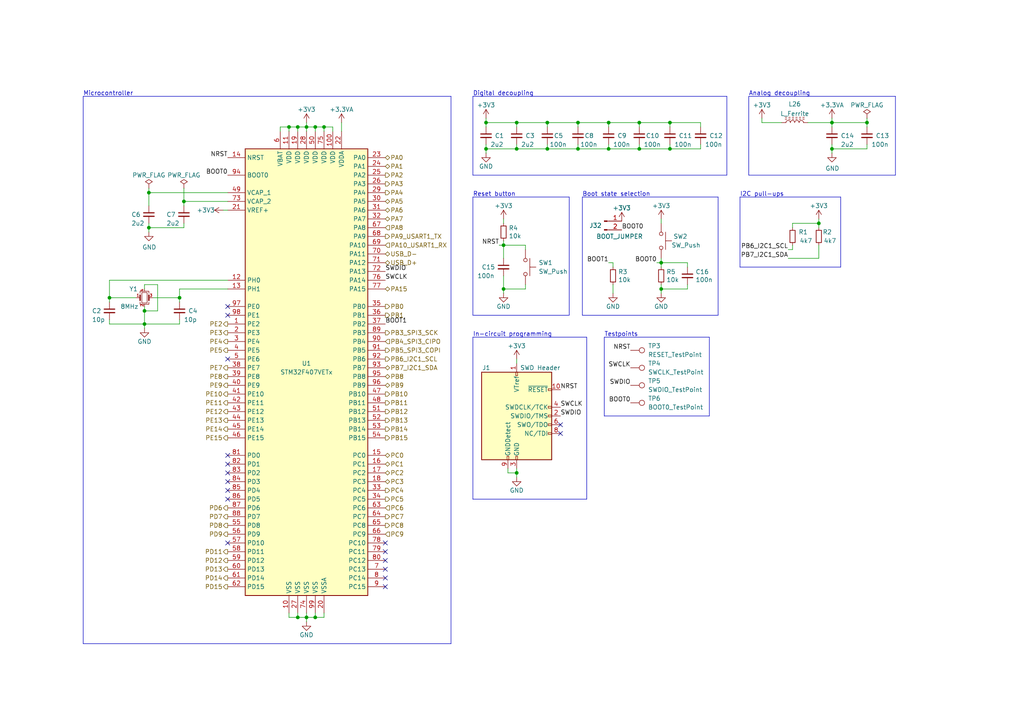
<source format=kicad_sch>
(kicad_sch (version 20231120) (generator "eeschema") (generator_version "8.0")
  (paper "A4")
  (title_block (title "LumenPnP Motherboard") (date "2022-03-29") (company "Opulo"))
  (lib_symbols
    (symbol "Connector:Conn_01x02_Male" (pin_names (offset 1.016) hide)
      (property "Reference" "J" (at 0 2.54 0))
      (property "Value" "Conn_01x02_Male" (at 0 -5.08 0))
      (symbol "Conn_01x02_Male_1_1"
        (polyline (pts (xy 1.27 -2.54) (xy 0.8636 -2.54)) (stroke (width 0.1524)))
        (polyline (pts (xy 1.27 0) (xy 0.8636 0)) (stroke (width 0.1524)))
        (rectangle (start 0.8636 -2.413) (end 0 -2.667) (stroke (width 0.1524)) (fill (type outline)))
        (rectangle (start 0.8636 0.127) (end 0 -0.127) (stroke (width 0.1524)) (fill (type outline)))
        (pin passive line (at 5.08 0 180) (length 3.81) (name "Pin_1") (number "1"))
        (pin passive line (at 5.08 -2.54 180) (length 3.81) (name "Pin_2") (number "2"))
      )
    )
    (symbol "Connector:Conn_ARM_JTAG_SWD_10" (pin_names (offset 1.016))
      (property "Reference" "J" (at -2.54 16.51 0))
      (property "Value" "Conn_ARM_JTAG_SWD_10" (at -2.54 13.97 0))
      (symbol "Conn_ARM_JTAG_SWD_10_0_1"
        (rectangle (start -10.16 12.7) (end 10.16 -12.7) (stroke (width 0.254)) (fill (type background)))
        (rectangle (start -2.794 -12.7) (end -2.286 -11.684))
        (rectangle (start -0.254 -12.7) (end 0.254 -11.684))
        (rectangle (start -0.254 12.7) (end 0.254 11.684))
        (rectangle (start 9.144 2.286) (end 10.16 2.794))
        (rectangle (start 10.16 -2.794) (end 9.144 -2.286))
        (rectangle (start 10.16 -0.254) (end 9.144 0.254))
        (rectangle (start 10.16 7.874) (end 9.144 7.366))
      )
      (symbol "Conn_ARM_JTAG_SWD_10_1_1"
        (rectangle (start 9.144 -5.334) (end 10.16 -4.826))
        (pin power_in line (at 0 15.24 270) (length 2.54) (name "VTref") (number "1"))
        (pin open_collector line (at 12.7 7.62 180) (length 2.54) (name "~{RESET}") (number "10"))
        (pin bidirectional line (at 12.7 0 180) (length 2.54) (name "SWDIO/TMS") (number "2"))
        (pin power_in line (at 0 -15.24 90) (length 2.54) (name "GND") (number "3"))
        (pin output line (at 12.7 2.54 180) (length 2.54) (name "SWDCLK/TCK") (number "4"))
        (pin passive line (at 0 -15.24 90) (length 2.54) hide (name "GND") (number "5"))
        (pin input line (at 12.7 -2.54 180) (length 2.54) (name "SWO/TDO") (number "6"))
        (pin no_connect line (at -10.16 0 0) (length 2.54) hide (name "KEY") (number "7"))
        (pin output line (at 12.7 -5.08 180) (length 2.54) (name "NC/TDI") (number "8"))
        (pin passive line (at -2.54 -15.24 90) (length 2.54) (name "GNDDetect") (number "9"))
      )
    )
    (symbol "Connector:TestPoint" (pin_numbers hide) (pin_names (offset 0.762) hide)
      (property "Reference" "TP" (at 0 6.858 0))
      (property "Value" "TestPoint" (at 0 5.08 0))
      (symbol "TestPoint_0_1"
        (circle (center 0 3.302) (radius 0.762))
      )
      (symbol "TestPoint_1_1"
        (pin passive line (at 0 0 90) (length 2.54) (name "1") (number "1"))
      )
    )
    (symbol "Device:C_Small" (pin_numbers hide) (pin_names (offset 0.254) hide)
      (property "Reference" "C" (at 0.254 1.778 0))
      (property "Value" "C_Small" (at 0.254 -2.032 0))
      (symbol "C_Small_0_1"
        (polyline (pts (xy -1.524 -0.508) (xy 1.524 -0.508)) (stroke (width 0.3302)))
        (polyline (pts (xy -1.524 0.508) (xy 1.524 0.508)) (stroke (width 0.3048)))
      )
      (symbol "C_Small_1_1"
        (pin passive line (at 0 2.54 270) (length 2.032) (name "~") (number "1"))
        (pin passive line (at 0 -2.54 90) (length 2.032) (name "~") (number "2"))
      )
    )
    (symbol "Device:Crystal_GND24_Small" (pin_names (offset 1.016) hide)
      (property "Reference" "Y" (at 1.27 4.445 0))
      (property "Value" "Crystal_GND24_Small" (at 1.27 2.54 0))
      (symbol "Crystal_GND24_Small_0_1"
        (rectangle (start -0.762 -1.524) (end 0.762 1.524))
        (polyline (pts (xy -1.27 -0.762) (xy -1.27 0.762)) (stroke (width 0.381)))
        (polyline (pts (xy 1.27 -0.762) (xy 1.27 0.762)) (stroke (width 0.381)))
        (polyline (pts (xy -1.27 -1.27) (xy -1.27 -1.905) (xy 1.27 -1.905) (xy 1.27 -1.27)))
        (polyline (pts (xy -1.27 1.27) (xy -1.27 1.905) (xy 1.27 1.905) (xy 1.27 1.27)))
      )
      (symbol "Crystal_GND24_Small_1_1"
        (pin passive line (at -2.54 0 0) (length 1.27) (name "1") (number "1"))
        (pin passive line (at 0 -2.54 90) (length 0.635) (name "2") (number "2"))
        (pin passive line (at 2.54 0 180) (length 1.27) (name "3") (number "3"))
        (pin passive line (at 0 2.54 270) (length 0.635) (name "4") (number "4"))
      )
    )
    (symbol "Device:L_Ferrite" (pin_numbers hide) (pin_names (offset 1.016) hide)
      (property "Reference" "L" (at -1.27 0 90))
      (property "Value" "L_Ferrite" (at 2.794 0 90))
      (symbol "L_Ferrite_0_1"
        (arc (start 0 -2.54) (mid 0.6323 -1.905) (end 0 -1.27))
        (arc (start 0 -1.27) (mid 0.6323 -0.635) (end 0 0))
        (polyline (pts (xy 1.016 -2.794) (xy 1.016 -2.286)))
        (polyline (pts (xy 1.016 -1.778) (xy 1.016 -1.27)))
        (polyline (pts (xy 1.016 -0.762) (xy 1.016 -0.254)))
        (polyline (pts (xy 1.016 0.254) (xy 1.016 0.762)))
        (polyline (pts (xy 1.016 1.27) (xy 1.016 1.778)))
        (polyline (pts (xy 1.016 2.286) (xy 1.016 2.794)))
        (polyline (pts (xy 1.524 -2.286) (xy 1.524 -2.794)))
        (polyline (pts (xy 1.524 -1.27) (xy 1.524 -1.778)))
        (polyline (pts (xy 1.524 -0.254) (xy 1.524 -0.762)))
        (polyline (pts (xy 1.524 0.762) (xy 1.524 0.254)))
        (polyline (pts (xy 1.524 1.778) (xy 1.524 1.27)))
        (polyline (pts (xy 1.524 2.794) (xy 1.524 2.286)))
        (arc (start 0 0) (mid 0.6323 0.635) (end 0 1.27))
        (arc (start 0 1.27) (mid 0.6323 1.905) (end 0 2.54))
      )
      (symbol "L_Ferrite_1_1"
        (pin passive line (at 0 3.81 270) (length 1.27) (name "1") (number "1"))
        (pin passive line (at 0 -3.81 90) (length 1.27) (name "2") (number "2"))
      )
    )
    (symbol "Device:R_Small" (pin_numbers hide) (pin_names (offset 0.254) hide)
      (property "Reference" "R" (at 0.762 0.508 0))
      (property "Value" "R_Small" (at 0.762 -1.016 0))
      (symbol "R_Small_0_1"
        (rectangle (start -0.762 1.778) (end 0.762 -1.778) (stroke (width 0.2032)))
      )
      (symbol "R_Small_1_1"
        (pin passive line (at 0 2.54 270) (length 0.762) (name "~") (number "1"))
        (pin passive line (at 0 -2.54 90) (length 0.762) (name "~") (number "2"))
      )
    )
    (symbol "MCU_ST_STM32F4:STM32F407VETx"
      (property "Reference" "U" (at -17.78 64.77 0))
      (property "Value" "STM32F407VETx" (at 12.7 64.77 0))
      (symbol "STM32F407VETx_0_1"
        (rectangle (start -17.78 -66.04) (end 17.78 63.5) (stroke (width 0.254)) (fill (type background)))
      )
      (symbol "STM32F407VETx_1_1"
        (pin bidirectional line (at -22.86 12.7 0) (length 5.08) (name "PE2") (number "1"))
        (pin power_in line (at -5.08 -71.12 90) (length 5.08) (name "VSS") (number "10"))
        (pin power_in line (at 7.62 68.58 270) (length 5.08) (name "VDD") (number "100"))
        (pin power_in line (at -5.08 68.58 270) (length 5.08) (name "VDD") (number "11"))
        (pin input line (at -22.86 25.4 0) (length 5.08) (name "PH0") (number "12"))
        (pin input line (at -22.86 22.86 0) (length 5.08) (name "PH1") (number "13"))
        (pin input line (at -22.86 60.96 0) (length 5.08) (name "NRST") (number "14"))
        (pin bidirectional line (at 22.86 -25.4 180) (length 5.08) (name "PC0") (number "15"))
        (pin bidirectional line (at 22.86 -27.94 180) (length 5.08) (name "PC1") (number "16"))
        (pin bidirectional line (at 22.86 -30.48 180) (length 5.08) (name "PC2") (number "17"))
        (pin bidirectional line (at 22.86 -33.02 180) (length 5.08) (name "PC3") (number "18"))
        (pin power_in line (at -2.54 68.58 270) (length 5.08) (name "VDD") (number "19"))
        (pin bidirectional line (at -22.86 10.16 0) (length 5.08) (name "PE3") (number "2"))
        (pin power_in line (at 5.08 -71.12 90) (length 5.08) (name "VSSA") (number "20"))
        (pin power_in line (at -22.86 45.72 0) (length 5.08) (name "VREF+") (number "21"))
        (pin power_in line (at 10.16 68.58 270) (length 5.08) (name "VDDA") (number "22"))
        (pin bidirectional line (at 22.86 60.96 180) (length 5.08) (name "PA0") (number "23"))
        (pin bidirectional line (at 22.86 58.42 180) (length 5.08) (name "PA1") (number "24"))
        (pin bidirectional line (at 22.86 55.88 180) (length 5.08) (name "PA2") (number "25"))
        (pin bidirectional line (at 22.86 53.34 180) (length 5.08) (name "PA3") (number "26"))
        (pin power_in line (at -2.54 -71.12 90) (length 5.08) (name "VSS") (number "27"))
        (pin power_in line (at 0 68.58 270) (length 5.08) (name "VDD") (number "28"))
        (pin bidirectional line (at 22.86 50.8 180) (length 5.08) (name "PA4") (number "29"))
        (pin bidirectional line (at -22.86 7.62 0) (length 5.08) (name "PE4") (number "3"))
        (pin bidirectional line (at 22.86 48.26 180) (length 5.08) (name "PA5") (number "30"))
        (pin bidirectional line (at 22.86 45.72 180) (length 5.08) (name "PA6") (number "31"))
        (pin bidirectional line (at 22.86 43.18 180) (length 5.08) (name "PA7") (number "32"))
        (pin bidirectional line (at 22.86 -35.56 180) (length 5.08) (name "PC4") (number "33"))
        (pin bidirectional line (at 22.86 -38.1 180) (length 5.08) (name "PC5") (number "34"))
        (pin bidirectional line (at 22.86 17.78 180) (length 5.08) (name "PB0") (number "35"))
        (pin bidirectional line (at 22.86 15.24 180) (length 5.08) (name "PB1") (number "36"))
        (pin bidirectional line (at 22.86 12.7 180) (length 5.08) (name "PB2") (number "37"))
        (pin bidirectional line (at -22.86 0 0) (length 5.08) (name "PE7") (number "38"))
        (pin bidirectional line (at -22.86 -2.54 0) (length 5.08) (name "PE8") (number "39"))
        (pin bidirectional line (at -22.86 5.08 0) (length 5.08) (name "PE5") (number "4"))
        (pin bidirectional line (at -22.86 -5.08 0) (length 5.08) (name "PE9") (number "40"))
        (pin bidirectional line (at -22.86 -7.62 0) (length 5.08) (name "PE10") (number "41"))
        (pin bidirectional line (at -22.86 -10.16 0) (length 5.08) (name "PE11") (number "42"))
        (pin bidirectional line (at -22.86 -12.7 0) (length 5.08) (name "PE12") (number "43"))
        (pin bidirectional line (at -22.86 -15.24 0) (length 5.08) (name "PE13") (number "44"))
        (pin bidirectional line (at -22.86 -17.78 0) (length 5.08) (name "PE14") (number "45"))
        (pin bidirectional line (at -22.86 -20.32 0) (length 5.08) (name "PE15") (number "46"))
        (pin bidirectional line (at 22.86 -7.62 180) (length 5.08) (name "PB10") (number "47"))
        (pin bidirectional line (at 22.86 -10.16 180) (length 5.08) (name "PB11") (number "48"))
        (pin power_in line (at -22.86 50.8 0) (length 5.08) (name "VCAP_1") (number "49"))
        (pin bidirectional line (at -22.86 2.54 0) (length 5.08) (name "PE6") (number "5"))
        (pin power_in line (at 2.54 68.58 270) (length 5.08) (name "VDD") (number "50"))
        (pin bidirectional line (at 22.86 -12.7 180) (length 5.08) (name "PB12") (number "51"))
        (pin bidirectional line (at 22.86 -15.24 180) (length 5.08) (name "PB13") (number "52"))
        (pin bidirectional line (at 22.86 -17.78 180) (length 5.08) (name "PB14") (number "53"))
        (pin bidirectional line (at 22.86 -20.32 180) (length 5.08) (name "PB15") (number "54"))
        (pin bidirectional line (at -22.86 -45.72 0) (length 5.08) (name "PD8") (number "55"))
        (pin bidirectional line (at -22.86 -48.26 0) (length 5.08) (name "PD9") (number "56"))
        (pin bidirectional line (at -22.86 -50.8 0) (length 5.08) (name "PD10") (number "57"))
        (pin bidirectional line (at -22.86 -53.34 0) (length 5.08) (name "PD11") (number "58"))
        (pin bidirectional line (at -22.86 -55.88 0) (length 5.08) (name "PD12") (number "59"))
        (pin power_in line (at -7.62 68.58 270) (length 5.08) (name "VBAT") (number "6"))
        (pin bidirectional line (at -22.86 -58.42 0) (length 5.08) (name "PD13") (number "60"))
        (pin bidirectional line (at -22.86 -60.96 0) (length 5.08) (name "PD14") (number "61"))
        (pin bidirectional line (at -22.86 -63.5 0) (length 5.08) (name "PD15") (number "62"))
        (pin bidirectional line (at 22.86 -40.64 180) (length 5.08) (name "PC6") (number "63"))
        (pin bidirectional line (at 22.86 -43.18 180) (length 5.08) (name "PC7") (number "64"))
        (pin bidirectional line (at 22.86 -45.72 180) (length 5.08) (name "PC8") (number "65"))
        (pin bidirectional line (at 22.86 -48.26 180) (length 5.08) (name "PC9") (number "66"))
        (pin bidirectional line (at 22.86 40.64 180) (length 5.08) (name "PA8") (number "67"))
        (pin bidirectional line (at 22.86 38.1 180) (length 5.08) (name "PA9") (number "68"))
        (pin bidirectional line (at 22.86 35.56 180) (length 5.08) (name "PA10") (number "69"))
        (pin bidirectional line (at 22.86 -58.42 180) (length 5.08) (name "PC13") (number "7"))
        (pin bidirectional line (at 22.86 33.02 180) (length 5.08) (name "PA11") (number "70"))
        (pin bidirectional line (at 22.86 30.48 180) (length 5.08) (name "PA12") (number "71"))
        (pin bidirectional line (at 22.86 27.94 180) (length 5.08) (name "PA13") (number "72"))
        (pin power_in line (at -22.86 48.26 0) (length 5.08) (name "VCAP_2") (number "73"))
        (pin power_in line (at 0 -71.12 90) (length 5.08) (name "VSS") (number "74"))
        (pin power_in line (at 5.08 68.58 270) (length 5.08) (name "VDD") (number "75"))
        (pin bidirectional line (at 22.86 25.4 180) (length 5.08) (name "PA14") (number "76"))
        (pin bidirectional line (at 22.86 22.86 180) (length 5.08) (name "PA15") (number "77"))
        (pin bidirectional line (at 22.86 -50.8 180) (length 5.08) (name "PC10") (number "78"))
        (pin bidirectional line (at 22.86 -53.34 180) (length 5.08) (name "PC11") (number "79"))
        (pin bidirectional line (at 22.86 -60.96 180) (length 5.08) (name "PC14") (number "8"))
        (pin bidirectional line (at 22.86 -55.88 180) (length 5.08) (name "PC12") (number "80"))
        (pin bidirectional line (at -22.86 -25.4 0) (length 5.08) (name "PD0") (number "81"))
        (pin bidirectional line (at -22.86 -27.94 0) (length 5.08) (name "PD1") (number "82"))
        (pin bidirectional line (at -22.86 -30.48 0) (length 5.08) (name "PD2") (number "83"))
        (pin bidirectional line (at -22.86 -33.02 0) (length 5.08) (name "PD3") (number "84"))
        (pin bidirectional line (at -22.86 -35.56 0) (length 5.08) (name "PD4") (number "85"))
        (pin bidirectional line (at -22.86 -38.1 0) (length 5.08) (name "PD5") (number "86"))
        (pin bidirectional line (at -22.86 -40.64 0) (length 5.08) (name "PD6") (number "87"))
        (pin bidirectional line (at -22.86 -43.18 0) (length 5.08) (name "PD7") (number "88"))
        (pin bidirectional line (at 22.86 10.16 180) (length 5.08) (name "PB3") (number "89"))
        (pin bidirectional line (at 22.86 -63.5 180) (length 5.08) (name "PC15") (number "9"))
        (pin bidirectional line (at 22.86 7.62 180) (length 5.08) (name "PB4") (number "90"))
        (pin bidirectional line (at 22.86 5.08 180) (length 5.08) (name "PB5") (number "91"))
        (pin bidirectional line (at 22.86 2.54 180) (length 5.08) (name "PB6") (number "92"))
        (pin bidirectional line (at 22.86 0 180) (length 5.08) (name "PB7") (number "93"))
        (pin input line (at -22.86 55.88 0) (length 5.08) (name "BOOT0") (number "94"))
        (pin bidirectional line (at 22.86 -2.54 180) (length 5.08) (name "PB8") (number "95"))
        (pin bidirectional line (at 22.86 -5.08 180) (length 5.08) (name "PB9") (number "96"))
        (pin bidirectional line (at -22.86 17.78 0) (length 5.08) (name "PE0") (number "97"))
        (pin bidirectional line (at -22.86 15.24 0) (length 5.08) (name "PE1") (number "98"))
        (pin power_in line (at 2.54 -71.12 90) (length 5.08) (name "VSS") (number "99"))
      )
    )
    (symbol "Switch:SW_Push" (pin_numbers hide) (pin_names (offset 1.016) hide)
      (property "Reference" "SW" (at 1.27 2.54 0))
      (property "Value" "SW_Push" (at 0 -1.524 0))
      (symbol "SW_Push_0_1"
        (circle (center -2.032 0) (radius 0.508))
        (polyline (pts (xy 0 1.27) (xy 0 3.048)))
        (polyline (pts (xy 2.54 1.27) (xy -2.54 1.27)))
        (circle (center 2.032 0) (radius 0.508))
        (pin passive line (at -5.08 0 0) (length 2.54) (name "1") (number "1"))
        (pin passive line (at 5.08 0 180) (length 2.54) (name "2") (number "2"))
      )
    )
    (symbol "power:+3.3V" (power) (pin_names (offset 0))
      (property "Value" "+3.3V" (at 0 3.556 0))
      (symbol "+3.3V_0_1"
        (polyline (pts (xy -0.762 1.27) (xy 0 2.54)))
        (polyline (pts (xy 0 0) (xy 0 2.54)))
        (polyline (pts (xy 0 2.54) (xy 0.762 1.27)))
      )
      (symbol "+3.3V_1_1"
        (pin power_in line (at 0 0 90) (length 0) hide (name "+3V3") (number "1"))
      )
    )
    (symbol "power:+3.3VA" (power) (pin_names (offset 0))
      (property "Value" "+3.3VA" (at 0 3.556 0))
      (symbol "+3.3VA_0_1"
        (polyline (pts (xy -0.762 1.27) (xy 0 2.54)))
        (polyline (pts (xy 0 0) (xy 0 2.54)))
        (polyline (pts (xy 0 2.54) (xy 0.762 1.27)))
      )
      (symbol "+3.3VA_1_1"
        (pin power_in line (at 0 0 90) (length 0) hide (name "+3.3VA") (number "1"))
      )
    )
    (symbol "power:+3V3" (power) (pin_names (offset 0))
      (property "Value" "+3V3" (at 0 3.556 0))
      (symbol "+3V3_0_1"
        (polyline (pts (xy -0.762 1.27) (xy 0 2.54)))
        (polyline (pts (xy 0 0) (xy 0 2.54)))
        (polyline (pts (xy 0 2.54) (xy 0.762 1.27)))
      )
      (symbol "+3V3_1_1"
        (pin power_in line (at 0 0 90) (length 0) hide (name "+3V3") (number "1"))
      )
    )
    (symbol "power:GND" (power) (pin_names (offset 0))
      (property "Value" "GND" (at 0 -3.81 0))
      (symbol "GND_0_1"
        (polyline (pts (xy 0 0) (xy 0 -1.27) (xy 1.27 -1.27) (xy 0 -2.54) (xy -1.27 -1.27) (xy 0 -1.27)))
      )
      (symbol "GND_1_1"
        (pin power_in line (at 0 0 270) (length 0) hide (name "GND") (number "1"))
      )
    )
    (symbol "power:PWR_FLAG" (power) (pin_numbers hide) (pin_names (offset 0) hide)
      (property "Value" "PWR_FLAG" (at 0 3.81 0))
      (symbol "PWR_FLAG_0_0"
        (pin power_out line (at 0 0 90) (length 0) (name "pwr") (number "1"))
      )
      (symbol "PWR_FLAG_0_1"
        (polyline (pts (xy 0 0) (xy 0 1.27) (xy -1.016 1.905) (xy 0 2.54) (xy 1.016 1.905) (xy 0 1.27)))
      )
    )
  )
  (junction (at 167.64 43.18))
  (junction (at 241.3 35.56))
  (junction (at 185.42 43.18))
  (junction (at 91.44 179.07))
  (junction (at 237.49 64.77))
  (junction (at 88.9 179.07))
  (junction (at 191.77 76.2))
  (junction (at 31.75 86.36))
  (junction (at 41.91 93.98))
  (junction (at 146.05 83.82))
  (junction (at 53.34 58.42))
  (junction (at 241.3 43.18))
  (junction (at 167.64 35.56))
  (junction (at 158.75 35.56))
  (junction (at 191.77 83.82))
  (junction (at 43.18 66.04))
  (junction (at 88.9 36.83))
  (junction (at 86.36 179.07))
  (junction (at 43.18 55.88))
  (junction (at 149.86 137.16))
  (junction (at 149.86 35.56))
  (junction (at 176.53 35.56))
  (junction (at 86.36 36.83))
  (junction (at 140.97 43.18))
  (junction (at 52.07 86.36))
  (junction (at 93.98 36.83))
  (junction (at 194.31 43.18))
  (junction (at 149.86 43.18))
  (junction (at 83.82 36.83))
  (junction (at 41.91 90.17))
  (junction (at 146.05 71.12))
  (junction (at 91.44 36.83))
  (junction (at 140.97 35.56))
  (junction (at 185.42 35.56))
  (junction (at 158.75 43.18))
  (junction (at 194.31 35.56))
  (junction (at 251.46 35.56))
  (junction (at 176.53 43.18))
  (no_connect (at 162.56 123.19))
  (no_connect (at 66.04 157.48))
  (no_connect (at 66.04 134.62))
  (no_connect (at 66.04 142.24))
  (no_connect (at 66.04 137.16))
  (no_connect (at 66.04 144.78))
  (no_connect (at 66.04 104.14))
  (no_connect (at 66.04 91.44))
  (no_connect (at 111.76 162.56))
  (no_connect (at 111.76 165.1))
  (no_connect (at 66.04 132.08))
  (no_connect (at 66.04 88.9))
  (no_connect (at 162.56 125.73))
  (no_connect (at 111.76 160.02))
  (no_connect (at 111.76 167.64))
  (no_connect (at 66.04 139.7))
  (no_connect (at 111.76 170.18))
  (no_connect (at 111.76 157.48))
  (wire (pts (xy 203.2 41.91) (xy 203.2 43.18)))
  (wire (pts (xy 149.86 35.56) (xy 158.75 35.56)))
  (wire (pts (xy 93.98 179.07) (xy 93.98 177.8)))
  (wire (pts (xy 203.2 35.56) (xy 203.2 36.83)))
  (wire (pts (xy 140.97 43.18) (xy 140.97 41.91)))
  (wire (pts (xy 31.75 87.63) (xy 31.75 86.36)))
  (wire (pts (xy 191.77 74.93) (xy 191.77 76.2)))
  (wire (pts (xy 140.97 36.83) (xy 140.97 35.56)))
  (polyline (pts (xy 170.18 97.79) (xy 170.18 144.78)))
  (polyline (pts (xy 210.82 27.94) (xy 210.82 50.8)))
  (wire (pts (xy 167.64 35.56) (xy 167.64 36.83)))
  (polyline (pts (xy 208.28 57.15) (xy 208.28 91.44)))
  (wire (pts (xy 66.04 83.82) (xy 52.07 83.82)))
  (wire (pts (xy 220.98 35.56) (xy 226.695 35.56)))
  (wire (pts (xy 190.5 76.2) (xy 191.77 76.2)))
  (wire (pts (xy 41.91 82.55) (xy 45.72 82.55)))
  (wire (pts (xy 88.9 177.8) (xy 88.9 179.07)))
  (polyline (pts (xy 137.16 97.79) (xy 137.16 144.78)))
  (wire (pts (xy 45.72 82.55) (xy 45.72 90.17)))
  (wire (pts (xy 96.52 36.83) (xy 96.52 38.1)))
  (wire (pts (xy 241.3 36.83) (xy 241.3 35.56)))
  (wire (pts (xy 99.06 35.56) (xy 99.06 38.1)))
  (polyline (pts (xy 259.715 27.94) (xy 259.715 50.8)))
  (polyline (pts (xy 24.13 27.94) (xy 130.81 27.94)))
  (polyline (pts (xy 214.63 57.15) (xy 214.63 77.47)))
  (wire (pts (xy 220.98 34.29) (xy 220.98 35.56)))
  (wire (pts (xy 41.91 93.98) (xy 41.91 95.25)))
  (wire (pts (xy 149.86 35.56) (xy 149.86 36.83)))
  (wire (pts (xy 52.07 92.71) (xy 52.07 93.98)))
  (wire (pts (xy 251.46 35.56) (xy 251.46 36.83)))
  (wire (pts (xy 199.39 83.82) (xy 199.39 82.55)))
  (polyline (pts (xy 208.28 91.44) (xy 168.91 91.44)))
  (wire (pts (xy 140.97 35.56) (xy 149.86 35.56)))
  (wire (pts (xy 147.32 137.16) (xy 149.86 137.16)))
  (wire (pts (xy 251.46 43.18) (xy 241.3 43.18)))
  (polyline (pts (xy 168.91 57.15) (xy 208.28 57.15)))
  (wire (pts (xy 152.4 83.82) (xy 152.4 82.55)))
  (wire (pts (xy 31.75 92.71) (xy 31.75 93.98)))
  (wire (pts (xy 158.75 43.18) (xy 158.75 41.91)))
  (wire (pts (xy 31.75 93.98) (xy 41.91 93.98)))
  (wire (pts (xy 91.44 36.83) (xy 91.44 38.1)))
  (polyline (pts (xy 175.26 97.79) (xy 175.26 120.65)))
  (wire (pts (xy 83.82 36.83) (xy 83.82 38.1)))
  (polyline (pts (xy 217.17 27.94) (xy 259.715 27.94)))
  (wire (pts (xy 152.4 72.39) (xy 152.4 71.12)))
  (wire (pts (xy 185.42 35.56) (xy 185.42 36.83)))
  (wire (pts (xy 146.05 83.82) (xy 152.4 83.82)))
  (wire (pts (xy 149.86 137.16) (xy 149.86 135.89)))
  (polyline (pts (xy 137.16 57.15) (xy 137.16 91.44)))
  (wire (pts (xy 88.9 36.83) (xy 91.44 36.83)))
  (wire (pts (xy 43.18 66.04) (xy 53.34 66.04)))
  (wire (pts (xy 53.34 64.77) (xy 53.34 66.04)))
  (polyline (pts (xy 205.74 97.79) (xy 205.74 120.65)))
  (wire (pts (xy 237.49 64.77) (xy 237.49 66.04)))
  (wire (pts (xy 228.6 72.39) (xy 229.87 72.39)))
  (wire (pts (xy 86.36 177.8) (xy 86.36 179.07)))
  (polyline (pts (xy 243.84 57.15) (xy 243.84 77.47)))
  (wire (pts (xy 53.34 58.42) (xy 66.04 58.42)))
  (wire (pts (xy 88.9 179.07) (xy 88.9 180.34)))
  (polyline (pts (xy 170.18 144.78) (xy 137.16 144.78)))
  (wire (pts (xy 43.18 64.77) (xy 43.18 66.04)))
  (wire (pts (xy 81.28 36.83) (xy 83.82 36.83)))
  (polyline (pts (xy 130.81 186.69) (xy 24.13 186.69)))
  (polyline (pts (xy 137.16 57.15) (xy 165.1 57.15)))
  (wire (pts (xy 146.05 80.01) (xy 146.05 83.82)))
  (polyline (pts (xy 259.715 50.8) (xy 217.17 50.8)))
  (wire (pts (xy 149.86 104.14) (xy 149.86 105.41)))
  (wire (pts (xy 146.05 71.12) (xy 146.05 74.93)))
  (wire (pts (xy 83.82 177.8) (xy 83.82 179.07)))
  (wire (pts (xy 81.28 38.1) (xy 81.28 36.83)))
  (wire (pts (xy 43.18 55.88) (xy 66.04 55.88)))
  (polyline (pts (xy 214.63 57.15) (xy 243.84 57.15)))
  (wire (pts (xy 167.64 35.56) (xy 176.53 35.56)))
  (wire (pts (xy 241.3 43.18) (xy 241.3 41.91)))
  (wire (pts (xy 228.6 74.93) (xy 237.49 74.93)))
  (wire (pts (xy 191.77 76.2) (xy 199.39 76.2)))
  (wire (pts (xy 146.05 71.12) (xy 146.05 69.85)))
  (wire (pts (xy 88.9 35.56) (xy 88.9 36.83)))
  (wire (pts (xy 52.07 83.82) (xy 52.07 86.36)))
  (polyline (pts (xy 205.74 120.65) (xy 175.26 120.65)))
  (wire (pts (xy 43.18 55.88) (xy 43.18 59.69)))
  (wire (pts (xy 31.75 86.36) (xy 39.37 86.36)))
  (wire (pts (xy 41.91 83.82) (xy 41.91 82.55)))
  (wire (pts (xy 194.31 35.56) (xy 194.31 36.83)))
  (wire (pts (xy 176.53 35.56) (xy 176.53 36.83)))
  (wire (pts (xy 149.86 43.18) (xy 140.97 43.18)))
  (wire (pts (xy 86.36 36.83) (xy 88.9 36.83)))
  (wire (pts (xy 251.46 34.29) (xy 251.46 35.56)))
  (wire (pts (xy 91.44 179.07) (xy 93.98 179.07)))
  (wire (pts (xy 43.18 54.61) (xy 43.18 55.88)))
  (wire (pts (xy 241.3 43.18) (xy 241.3 44.45)))
  (wire (pts (xy 177.8 76.2) (xy 177.8 77.47)))
  (wire (pts (xy 203.2 43.18) (xy 194.31 43.18)))
  (wire (pts (xy 83.82 36.83) (xy 86.36 36.83)))
  (wire (pts (xy 53.34 54.61) (xy 53.34 58.42)))
  (wire (pts (xy 241.3 35.56) (xy 251.46 35.56)))
  (wire (pts (xy 149.86 43.18) (xy 149.86 41.91)))
  (polyline (pts (xy 165.1 91.44) (xy 165.1 57.15)))
  (wire (pts (xy 229.87 64.77) (xy 229.87 66.04)))
  (wire (pts (xy 176.53 76.2) (xy 177.8 76.2)))
  (wire (pts (xy 191.77 63.5) (xy 191.77 64.77)))
  (wire (pts (xy 88.9 36.83) (xy 88.9 38.1)))
  (wire (pts (xy 191.77 82.55) (xy 191.77 83.82)))
  (wire (pts (xy 44.45 86.36) (xy 52.07 86.36)))
  (wire (pts (xy 91.44 177.8) (xy 91.44 179.07)))
  (wire (pts (xy 167.64 43.18) (xy 158.75 43.18)))
  (wire (pts (xy 31.75 81.28) (xy 31.75 86.36)))
  (wire (pts (xy 93.98 36.83) (xy 93.98 38.1)))
  (wire (pts (xy 251.46 41.91) (xy 251.46 43.18)))
  (polyline (pts (xy 217.17 27.94) (xy 217.17 50.8)))
  (polyline (pts (xy 168.91 57.15) (xy 168.91 91.44)))
  (wire (pts (xy 185.42 35.56) (xy 194.31 35.56)))
  (wire (pts (xy 53.34 58.42) (xy 53.34 59.69)))
  (wire (pts (xy 146.05 63.5) (xy 146.05 64.77)))
  (polyline (pts (xy 243.84 77.47) (xy 214.63 77.47)))
  (wire (pts (xy 237.49 63.5) (xy 237.49 64.77)))
  (wire (pts (xy 237.49 71.12) (xy 237.49 74.93)))
  (wire (pts (xy 147.32 137.16) (xy 147.32 135.89)))
  (wire (pts (xy 194.31 43.18) (xy 194.31 41.91)))
  (polyline (pts (xy 137.16 91.44) (xy 165.1 91.44)))
  (wire (pts (xy 241.3 34.29) (xy 241.3 35.56)))
  (wire (pts (xy 88.9 179.07) (xy 91.44 179.07)))
  (wire (pts (xy 86.36 179.07) (xy 88.9 179.07)))
  (wire (pts (xy 86.36 36.83) (xy 86.36 38.1)))
  (wire (pts (xy 52.07 86.36) (xy 52.07 87.63)))
  (wire (pts (xy 234.315 35.56) (xy 241.3 35.56)))
  (wire (pts (xy 41.91 88.9) (xy 41.91 90.17)))
  (wire (pts (xy 176.53 35.56) (xy 185.42 35.56)))
  (wire (pts (xy 41.91 93.98) (xy 52.07 93.98)))
  (wire (pts (xy 41.91 90.17) (xy 45.72 90.17)))
  (polyline (pts (xy 137.16 97.79) (xy 170.18 97.79)))
  (wire (pts (xy 43.18 66.04) (xy 43.18 67.31)))
  (wire (pts (xy 158.75 35.56) (xy 158.75 36.83)))
  (wire (pts (xy 140.97 43.18) (xy 140.97 44.45)))
  (polyline (pts (xy 137.16 27.94) (xy 210.82 27.94)))
  (wire (pts (xy 191.77 83.82) (xy 199.39 83.82)))
  (wire (pts (xy 199.39 77.47) (xy 199.39 76.2)))
  (wire (pts (xy 152.4 71.12) (xy 146.05 71.12)))
  (polyline (pts (xy 175.26 97.79) (xy 205.74 97.79)))
  (wire (pts (xy 185.42 43.18) (xy 185.42 41.91)))
  (wire (pts (xy 140.97 34.29) (xy 140.97 35.56)))
  (wire (pts (xy 194.31 35.56) (xy 203.2 35.56)))
  (wire (pts (xy 177.8 82.55) (xy 177.8 85.09)))
  (wire (pts (xy 185.42 43.18) (xy 176.53 43.18)))
  (wire (pts (xy 91.44 36.83) (xy 93.98 36.83)))
  (wire (pts (xy 144.78 71.12) (xy 146.05 71.12)))
  (wire (pts (xy 176.53 43.18) (xy 167.64 43.18)))
  (wire (pts (xy 41.91 90.17) (xy 41.91 93.98)))
  (wire (pts (xy 167.64 43.18) (xy 167.64 41.91)))
  (wire (pts (xy 191.77 83.82) (xy 191.77 85.09)))
  (polyline (pts (xy 24.13 27.94) (xy 24.13 186.69)))
  (wire (pts (xy 229.87 64.77) (xy 237.49 64.77)))
  (wire (pts (xy 64.77 60.96) (xy 66.04 60.96)))
  (wire (pts (xy 31.75 81.28) (xy 66.04 81.28)))
  (polyline (pts (xy 210.82 50.8) (xy 137.16 50.8)))
  (wire (pts (xy 158.75 35.56) (xy 167.64 35.56)))
  (polyline (pts (xy 130.81 27.94) (xy 130.81 186.69)))
  (wire (pts (xy 194.31 43.18) (xy 185.42 43.18)))
  (wire (pts (xy 191.77 76.2) (xy 191.77 77.47)))
  (wire (pts (xy 93.98 36.83) (xy 96.52 36.83)))
  (wire (pts (xy 83.82 179.07) (xy 86.36 179.07)))
  (wire (pts (xy 149.86 137.16) (xy 149.86 138.43)))
  (wire (pts (xy 176.53 43.18) (xy 176.53 41.91)))
  (polyline (pts (xy 137.16 27.94) (xy 137.16 50.8)))
  (wire (pts (xy 146.05 83.82) (xy 146.05 85.09)))
  (wire (pts (xy 158.75 43.18) (xy 149.86 43.18)))
  (wire (pts (xy 229.87 72.39) (xy 229.87 71.12)))
  (text "Analog decoupling" (at 217.17 27.94 0) (effects (font (size 1.27 1.27)) (justify left bottom)))
  (text "Reset button" (at 137.16 57.15 0) (effects (font (size 1.27 1.27)) (justify left bottom)))
  (text "Microcontroller" (at 24.13 27.94 0) (effects (font (size 1.27 1.27)) (justify left bottom)))
  (text "Boot state selection" (at 168.91 57.15 0) (effects (font (size 1.27 1.27)) (justify left bottom)))
  (text "Digital decoupling" (at 137.16 27.94 0) (effects (font (size 1.27 1.27)) (justify left bottom)))
  (text "Testpoints" (at 175.26 97.79 0) (effects (font (size 1.27 1.27)) (justify left bottom)))
  (text "In-circuit programming" (at 137.16 97.79 0) (effects (font (size 1.27 1.27)) (justify left bottom)))
  (text "I2C pull-ups" (at 214.63 57.15 0) (effects (font (size 1.27 1.27)) (justify left bottom)))
  (label "BOOT1" (at 176.53 76.2 180))
  (label "SWCLK" (at 111.76 81.28 0))
  (label "SWDIO" (at 111.76 78.74 0))
  (label "BOOT0" (at 182.88 116.84 180))
  (label "BOOT1" (at 111.76 93.98 0))
  (label "SWDIO" (at 182.88 111.76 180))
  (label "NRST" (at 66.04 45.72 180))
  (label "NRST" (at 182.88 101.6 180))
  (label "BOOT0" (at 190.5 76.2 180))
  (label "NRST" (at 162.56 113.03 0))
  (label "SWDIO" (at 162.56 120.65 0))
  (label "BOOT0" (at 66.04 50.8 180))
  (label "SWCLK" (at 162.56 118.11 0))
  (label "SWCLK" (at 182.88 106.68 180))
  (label "PB7_I2C1_SDA" (at 228.6 74.93 180))
  (label "PB6_I2C1_SCL" (at 228.6 72.39 180))
  (label "BOOT0" (at 180.34 66.675 0))
  (label "NRST" (at 144.78 71.12 180))
  (hierarchical_label "PB3_SPI3_SCK" (shape output) (at 111.76 96.52 0))
  (hierarchical_label "PE4" (shape output) (at 66.04 99.06 180))
  (hierarchical_label "PE9" (shape output) (at 66.04 111.76 180))
  (hierarchical_label "PB12" (shape output) (at 111.76 119.38 0))
  (hierarchical_label "PC5" (shape output) (at 111.76 144.78 0))
  (hierarchical_label "PB14" (shape output) (at 111.76 124.46 0))
  (hierarchical_label "PC0" (shape bidirectional) (at 111.76 132.08 0))
  (hierarchical_label "PB10" (shape output) (at 111.76 114.3 0))
  (hierarchical_label "PC2" (shape bidirectional) (at 111.76 137.16 0))
  (hierarchical_label "PD8" (shape output) (at 66.04 152.4 180))
  (hierarchical_label "PC6" (shape input) (at 111.76 147.32 0))
  (hierarchical_label "PD7" (shape output) (at 66.04 149.86 180))
  (hierarchical_label "PA5" (shape bidirectional) (at 111.76 58.42 0))
  (hierarchical_label "PA0" (shape bidirectional) (at 111.76 45.72 0))
  (hierarchical_label "PC4" (shape output) (at 111.76 142.24 0))
  (hierarchical_label "PA7" (shape bidirectional) (at 111.76 63.5 0))
  (hierarchical_label "PB1" (shape output) (at 111.76 91.44 0))
  (hierarchical_label "PE13" (shape output) (at 66.04 121.92 180))
  (hierarchical_label "PE11" (shape output) (at 66.04 116.84 180))
  (hierarchical_label "PE12" (shape output) (at 66.04 119.38 180))
  (hierarchical_label "PE2" (shape output) (at 66.04 93.98 180))
  (hierarchical_label "PA6" (shape bidirectional) (at 111.76 60.96 0))
  (hierarchical_label "PE14" (shape output) (at 66.04 124.46 180))
  (hierarchical_label "PA1" (shape bidirectional) (at 111.76 48.26 0))
  (hierarchical_label "PB0" (shape output) (at 111.76 88.9 0))
  (hierarchical_label "PD9" (shape output) (at 66.04 154.94 180))
  (hierarchical_label "PA3" (shape output) (at 111.76 53.34 0))
  (hierarchical_label "PD13" (shape output) (at 66.04 165.1 180))
  (hierarchical_label "PA9_USART1_TX" (shape output) (at 111.76 68.58 0))
  (hierarchical_label "PE3" (shape output) (at 66.04 96.52 180))
  (hierarchical_label "PD15" (shape output) (at 66.04 170.18 180))
  (hierarchical_label "PD14" (shape output) (at 66.04 167.64 180))
  (hierarchical_label "PD6" (shape output) (at 66.04 147.32 180))
  (hierarchical_label "PB4_SPI3_CIPO" (shape input) (at 111.76 99.06 0))
  (hierarchical_label "PE7" (shape output) (at 66.04 106.68 180))
  (hierarchical_label "PA15" (shape bidirectional) (at 111.76 83.82 0))
  (hierarchical_label "USB_D+" (shape bidirectional) (at 111.76 76.2 0))
  (hierarchical_label "PB8" (shape bidirectional) (at 111.76 109.22 0))
  (hierarchical_label "PC1" (shape bidirectional) (at 111.76 134.62 0))
  (hierarchical_label "PA2" (shape output) (at 111.76 50.8 0))
  (hierarchical_label "USB_D-" (shape bidirectional) (at 111.76 73.66 0))
  (hierarchical_label "PE5" (shape output) (at 66.04 101.6 180))
  (hierarchical_label "PB5_SPI3_COPI" (shape output) (at 111.76 101.6 0))
  (hierarchical_label "PB13" (shape output) (at 111.76 121.92 0))
  (hierarchical_label "PE15" (shape output) (at 66.04 127 180))
  (hierarchical_label "PB7_I2C1_SDA" (shape bidirectional) (at 111.76 106.68 0))
  (hierarchical_label "PB15" (shape output) (at 111.76 127 0))
  (hierarchical_label "PC3" (shape bidirectional) (at 111.76 139.7 0))
  (hierarchical_label "PC9" (shape input) (at 111.76 154.94 0))
  (hierarchical_label "PB9" (shape bidirectional) (at 111.76 111.76 0))
  (hierarchical_label "PB6_I2C1_SCL" (shape output) (at 111.76 104.14 0))
  (hierarchical_label "PA4" (shape output) (at 111.76 55.88 0))
  (hierarchical_label "PE8" (shape output) (at 66.04 109.22 180))
  (hierarchical_label "PA8" (shape input) (at 111.76 66.04 0))
  (hierarchical_label "PC8" (shape output) (at 111.76 152.4 0))
  (hierarchical_label "PD11" (shape output) (at 66.04 160.02 180))
  (hierarchical_label "PB11" (shape output) (at 111.76 116.84 0))
  (hierarchical_label "PA10_USART1_RX" (shape input) (at 111.76 71.12 0))
  (hierarchical_label "PE10" (shape output) (at 66.04 114.3 180))
  (hierarchical_label "PD12" (shape output) (at 66.04 162.56 180))
  (hierarchical_label "PC7" (shape output) (at 111.76 149.86 0))
  (symbol (lib_id "power:GND") (at 88.9 180.34 0) (unit 1)
    (property "Reference" "#PWR09" (effects (hide yes)))
    (property "Value" "GND" (at 88.9 184.15 0))
  )
  (symbol (lib_id "Switch:SW_Push") (at 152.4 77.47 270) (mirror x) (unit 1)
    (property "Reference" "SW1" (at 156.21 76.2 90) (effects (justify left)))
    (property "Value" "SW_Push" (at 156.21 78.74 90) (effects (justify left)))
    (property "Footprint" "Button_Switch_SMD:SW_SPST_B3S-1000" (effects (hide yes)))
    (property "Datasheet" "https://omronfs.omron.com/en_US/ecb/products/pdf/en-b3s.pdf" (effects (hide yes)))
    (property "JLCPCB" "C83206" (effects (hide yes)))
    (property "Digikey" "SW415-ND" (effects (hide yes)))
    (property "LCSC" "C83206" (effects (hide yes)))
    (property "Mouser" "653-B3S-1000P" (effects (hide yes)))
  )
  (symbol (lib_id "Device:R_Small") (at 191.77 80.01 0) (unit 1)
    (property "Reference" "R5" (at 193.2686 78.8416 0) (effects (justify left)))
    (property "Value" "10k" (at 193.2686 81.153 0) (effects (justify left)))
    (property "Footprint" "Resistor_SMD:R_0805_2012Metric" (effects (hide yes)))
    (property "Digikey" "RMCF0805FT10K0CT-ND" (effects (hide yes)))
    (property "JLCPCB" "C17414" (effects (hide yes)))
    (property "LCSC" "C115295" (effects (hide yes)))
    (property "Mouser" "71-CRCW080510K0FKEAC" (effects (hide yes)))
    (property "Notes" "125mW/1%" (effects (hide yes)))
  )
  (symbol (lib_id "Switch:SW_Push") (at 191.77 69.85 270) (mirror x) (unit 1)
    (property "Reference" "SW2" (at 199.39 68.58 90) (effects (justify right)))
    (property "Value" "SW_Push" (at 203.2 71.12 90) (effects (justify right)))
    (property "Footprint" "Button_Switch_SMD:SW_SPST_B3S-1000" (effects (hide yes)))
    (property "Datasheet" "https://omronfs.omron.com/en_US/ecb/products/pdf/en-b3s.pdf" (effects (hide yes)))
    (property "JLCPCB" "C83206" (effects (hide yes)))
    (property "Digikey" "SW415-ND" (effects (hide yes)))
    (property "LCSC" "C83206" (effects (hide yes)))
    (property "Mouser" "653-B3S-1000P" (effects (hide yes)))
  )
  (symbol (lib_id "Connector:TestPoint") (at 182.88 116.84 270) (unit 1)
    (property "Reference" "TP6" (at 187.96 115.57 90) (effects (justify left)))
    (property "Value" "BOOT0_TestPoint" (at 187.96 118.11 90) (effects (justify left)))
    (property "Footprint" "TestPoint:TestPoint_Pad_D2.0mm" (effects (hide yes)))
  )
  (symbol (lib_id "Device:C_Small") (at 194.31 39.37 0) (unit 1)
    (property "Reference" "C11" (at 196.85 39.37 0) (effects (justify left)))
    (property "Value" "100n" (at 195.58 41.91 0) (effects (justify left)))
    (property "Footprint" "Capacitor_SMD:C_0805_2012Metric" (effects (hide yes)))
    (property "Digikey" "1276-1180-1-ND" (effects (hide yes)))
    (property "JLCPCB" "C49678" (effects (hide yes)))
    (property "LCSC" "C360619" (effects (hide yes)))
    (property "Mouser" "581-08055C104K" (effects (hide yes)))
    (property "Notes" "50V/10%" (effects (hide yes)))
  )
  (symbol (lib_id "Device:C_Small") (at 203.2 39.37 0) (unit 1)
    (property "Reference" "C12" (at 205.74 39.37 0) (effects (justify left)))
    (property "Value" "100n" (at 204.47 41.91 0) (effects (justify left)))
    (property "Footprint" "Capacitor_SMD:C_0805_2012Metric" (effects (hide yes)))
    (property "Digikey" "1276-1180-1-ND" (effects (hide yes)))
    (property "JLCPCB" "C49678" (effects (hide yes)))
    (property "LCSC" "C360619" (effects (hide yes)))
    (property "Mouser" "581-08055C104K" (effects (hide yes)))
    (property "Notes" "50V/10%" (effects (hide yes)))
  )
  (symbol (lib_id "Device:C_Small") (at 140.97 39.37 0) (unit 1)
    (property "Reference" "C1" (at 143.51 39.37 0) (effects (justify left)))
    (property "Value" "2u2" (at 142.24 41.91 0) (effects (justify left)))
    (property "Footprint" "Capacitor_SMD:C_0805_2012Metric" (effects (hide yes)))
    (property "Digikey" "587-4961-1-ND" (effects (hide yes)))
    (property "JLCPCB" "C49217" (effects (hide yes)))
    (property "LCSC" "C49217" (effects (hide yes)))
    (property "Mouser" "963-UMK212ABJ225KG-T" (effects (hide yes)))
    (property "Notes" "50V/10%" (effects (hide yes)))
  )
  (symbol (lib_id "power:+3.3VA") (at 241.3 34.29 0) (unit 1)
    (property "Reference" "#PWR014" (effects (hide yes)))
    (property "Value" "+3.3VA" (at 241.3 30.48 0))
  )
  (symbol (lib_id "power:+3.3V") (at 149.86 104.14 0) (unit 1)
    (property "Reference" "#PWR020" (effects (hide yes)))
    (property "Value" "+3V3" (at 149.86 100.33 0))
  )
  (symbol (lib_id "Device:C_Small") (at 146.05 77.47 0) (unit 1)
    (property "Reference" "C15" (at 139.7 77.47 0) (effects (justify left)))
    (property "Value" "100n" (at 138.43 80.01 0) (effects (justify left)))
    (property "Footprint" "Capacitor_SMD:C_0805_2012Metric" (effects (hide yes)))
    (property "Digikey" "1276-1180-1-ND" (effects (hide yes)))
    (property "JLCPCB" "C49678" (effects (hide yes)))
    (property "LCSC" "C360619" (effects (hide yes)))
    (property "Mouser" "581-08055C104K" (effects (hide yes)))
    (property "Notes" "50V/10%" (effects (hide yes)))
  )
  (symbol (lib_id "Device:C_Small") (at 43.18 62.23 0) (unit 1)
    (property "Reference" "C6" (at 38.1 62.23 0) (effects (justify left)))
    (property "Value" "2u2" (at 38.1 64.77 0) (effects (justify left)))
    (property "Footprint" "Capacitor_SMD:C_0805_2012Metric" (effects (hide yes)))
    (property "Digikey" "587-4961-1-ND" (effects (hide yes)))
    (property "JLCPCB" "C49217" (effects (hide yes)))
    (property "LCSC" "C49217" (effects (hide yes)))
    (property "Mouser" "963-UMK212ABJ225KG-T" (effects (hide yes)))
    (property "Notes" "50V/10%" (effects (hide yes)))
  )
  (symbol (lib_id "Device:C_Small") (at 167.64 39.37 0) (unit 1)
    (property "Reference" "C8" (at 169.545 39.37 0) (effects (justify left)))
    (property "Value" "100n" (at 168.275 41.91 0) (effects (justify left)))
    (property "Footprint" "Capacitor_SMD:C_0805_2012Metric" (effects (hide yes)))
    (property "Digikey" "1276-1180-1-ND" (effects (hide yes)))
    (property "JLCPCB" "C49678" (effects (hide yes)))
    (property "LCSC" "C360619" (effects (hide yes)))
    (property "Mouser" "581-08055C104K" (effects (hide yes)))
    (property "Notes" "50V/10%" (effects (hide yes)))
  )
  (symbol (lib_id "power:GND") (at 241.3 44.45 0) (unit 1)
    (property "Reference" "#PWR012" (effects (hide yes)))
    (property "Value" "GND" (at 241.427 48.8442 0))
  )
  (symbol (lib_id "power:PWR_FLAG") (at 251.46 34.29 0) (unit 1)
    (property "Reference" "#FLG03" (effects (hide yes)))
    (property "Value" "PWR_FLAG" (at 251.46 30.48 0))
  )
  (symbol (lib_id "Connector:Conn_ARM_JTAG_SWD_10") (at 149.86 120.65 0) (unit 1)
    (property "Reference" "J1" (at 142.24 106.68 0) (effects (justify right)))
    (property "Value" "SWD Header" (at 162.56 106.68 0) (effects (justify right)))
    (property "Footprint" "Connector_PinHeader_1.27mm:PinHeader_2x05_P1.27mm_Vertical_SMD" (effects (hide yes)))
    (property "Datasheet" "http://infocenter.arm.com/help/topic/com.arm.doc.ddi0314h/DDI0314H_coresight_components_trm.pdf" (effects (hide yes)))
    (property "LCSC" "C150517" (effects (hide yes)))
    (property "Config" "+Debug" (effects (hide yes)))
  )
  (symbol (lib_id "power:+3.3VA") (at 99.06 35.56 0) (unit 1)
    (property "Reference" "#PWR010" (effects (hide yes)))
    (property "Value" "+3.3VA" (at 99.06 31.75 0))
  )
  (symbol (lib_id "power:+3.3V") (at 88.9 35.56 0) (unit 1)
    (property "Reference" "#PWR08" (effects (hide yes)))
    (property "Value" "+3V3" (at 88.9 31.75 0))
  )
  (symbol (lib_id "Connector:TestPoint") (at 182.88 101.6 270) (unit 1)
    (property "Reference" "TP3" (at 187.96 100.33 90) (effects (justify left)))
    (property "Value" "RESET_TestPoint" (at 187.96 102.87 90) (effects (justify left)))
    (property "Footprint" "TestPoint:TestPoint_Pad_D2.0mm" (effects (hide yes)))
  )
  (symbol (lib_id "Device:C_Small") (at 176.53 39.37 0) (unit 1)
    (property "Reference" "C9" (at 179.07 39.37 0) (effects (justify left)))
    (property "Value" "100n" (at 177.8 41.91 0) (effects (justify left)))
    (property "Footprint" "Capacitor_SMD:C_0805_2012Metric" (effects (hide yes)))
    (property "Digikey" "1276-1180-1-ND" (effects (hide yes)))
    (property "JLCPCB" "C49678" (effects (hide yes)))
    (property "LCSC" "C360619" (effects (hide yes)))
    (property "Mouser" "581-08055C104K" (effects (hide yes)))
    (property "Notes" "50V/10%" (effects (hide yes)))
  )
  (symbol (lib_id "Device:C_Small") (at 185.42 39.37 0) (unit 1)
    (property "Reference" "C10" (at 187.325 39.37 0) (effects (justify left)))
    (property "Value" "100n" (at 186.69 41.91 0) (effects (justify left)))
    (property "Footprint" "Capacitor_SMD:C_0805_2012Metric" (effects (hide yes)))
    (property "Digikey" "1276-1180-1-ND" (effects (hide yes)))
    (property "JLCPCB" "C49678" (effects (hide yes)))
    (property "LCSC" "C360619" (effects (hide yes)))
    (property "Mouser" "581-08055C104K" (effects (hide yes)))
    (property "Notes" "50V/10%" (effects (hide yes)))
  )
  (symbol (lib_id "power:GND") (at 43.18 67.31 0) (unit 1)
    (property "Reference" "#PWR06" (effects (hide yes)))
    (property "Value" "GND" (at 43.307 71.7042 0))
  )
  (symbol (lib_id "Device:C_Small") (at 158.75 39.37 0) (unit 1)
    (property "Reference" "C5" (at 160.655 39.37 0) (effects (justify left)))
    (property "Value" "100n" (at 159.385 41.91 0) (effects (justify left)))
    (property "Footprint" "Capacitor_SMD:C_0805_2012Metric" (effects (hide yes)))
    (property "Digikey" "1276-1180-1-ND" (effects (hide yes)))
    (property "JLCPCB" "C49678" (effects (hide yes)))
    (property "LCSC" "C360619" (effects (hide yes)))
    (property "Mouser" "581-08055C104K" (effects (hide yes)))
    (property "Notes" "50V/10%" (effects (hide yes)))
  )
  (symbol (lib_id "Device:C_Small") (at 241.3 39.37 0) (unit 1)
    (property "Reference" "C14" (at 243.84 39.37 0) (effects (justify left)))
    (property "Value" "2u2" (at 243.84 41.91 0) (effects (justify left)))
    (property "Footprint" "Capacitor_SMD:C_0805_2012Metric" (effects (hide yes)))
    (property "Digikey" "587-4961-1-ND" (effects (hide yes)))
    (property "JLCPCB" "C49217" (effects (hide yes)))
    (property "LCSC" "C49217" (effects (hide yes)))
    (property "Mouser" "963-UMK212ABJ225KG-T" (effects (hide yes)))
    (property "Notes" "50V/10%" (effects (hide yes)))
  )
  (symbol (lib_id "Device:Crystal_GND24_Small") (at 41.91 86.36 0) (unit 1)
    (property "Reference" "Y1" (at 37.465 83.82 0) (effects (justify left)))
    (property "Value" "8MHz" (at 34.925 88.9 0) (effects (justify left)))
    (property "Footprint" "Crystal:Crystal_SMD_3225-4Pin_3.2x2.5mm" (effects (hide yes)))
    (property "JLCPCB" "C57131" (effects (hide yes)))
    (property "LCSC" "C518155" (effects (hide yes)))
    (property "Digikey" "50-ECS-80-10-33-CHN-CT-ND" (effects (hide yes)))
    (property "Mouser" "520-ECS-80-1033CHNTR" (effects (hide yes)))
    (property "Notes" "±10ppm/10pF" (effects (hide yes)))
  )
  (symbol (lib_id "power:GND") (at 140.97 44.45 0) (unit 1)
    (property "Reference" "#PWR02" (effects (hide yes)))
    (property "Value" "GND" (at 140.97 48.26 0))
  )
  (symbol (lib_id "Connector:Conn_01x02_Male") (at 175.26 64.135 0) (unit 1)
    (property "Reference" "J32" (at 172.72 65.405 0))
    (property "Value" "BOOT_JUMPER" (at 179.705 68.58 0))
    (property "Footprint" "Connector_PinHeader_2.54mm:PinHeader_1x02_P2.54mm_Vertical" (effects (hide yes)))
  )
  (symbol (lib_id "power:GND") (at 191.77 85.09 0) (unit 1)
    (property "Reference" "#PWR022" (effects (hide yes)))
    (property "Value" "GND" (at 191.77 88.9 0))
  )
  (symbol (lib_id "power:GND") (at 149.86 138.43 0) (unit 1)
    (property "Reference" "#PWR019" (effects (hide yes)))
    (property "Value" "GND" (at 149.86 142.24 0))
  )
  (symbol (lib_id "Device:R_Small") (at 229.87 68.58 0) (mirror y) (unit 1)
    (property "Reference" "R1" (at 234.315 67.31 0) (effects (justify left)))
    (property "Value" "4k7" (at 235.585 69.85 0) (effects (justify left)))
    (property "Footprint" "Resistor_SMD:R_0805_2012Metric" (effects (hide yes)))
    (property "Digikey" "A129757CT-ND" (effects (hide yes)))
    (property "JLCPCB" "C17673" (effects (hide yes)))
    (property "LCSC" "C17673" (effects (hide yes)))
    (property "Mouser" "71-CRCW08054K70FKEAC" (effects (hide yes)))
    (property "Notes" "125mW/1%" (effects (hide yes)))
  )
  (symbol (lib_id "Device:R_Small") (at 177.8 80.01 0) (unit 1)
    (property "Reference" "R3" (at 179.2986 78.8416 0) (effects (justify left)))
    (property "Value" "10k" (at 179.2986 81.153 0) (effects (justify left)))
    (property "Footprint" "Resistor_SMD:R_0805_2012Metric" (effects (hide yes)))
    (property "Digikey" "RMCF0805FT10K0CT-ND" (effects (hide yes)))
    (property "JLCPCB" "C17414" (effects (hide yes)))
    (property "LCSC" "C115295" (effects (hide yes)))
    (property "Mouser" "71-CRCW080510K0FKEAC" (effects (hide yes)))
    (property "Notes" "125mW/1%" (effects (hide yes)))
  )
  (symbol (lib_id "power:+3V3") (at 64.77 60.96 90) (unit 1)
    (property "Reference" "#PWR07" (effects (hide yes)))
    (property "Value" "+3V3" (at 59.69 60.96 90))
  )
  (symbol (lib_id "power:PWR_FLAG") (at 53.34 54.61 0) (unit 1)
    (property "Reference" "#FLG0103" (effects (hide yes)))
    (property "Value" "PWR_FLAG" (at 53.34 50.8 0))
  )
  (symbol (lib_id "power:GND") (at 177.8 85.09 0) (unit 1)
    (property "Reference" "#PWR016" (effects (hide yes)))
    (property "Value" "GND" (at 177.8 88.9 0))
  )
  (symbol (lib_id "power:+3.3V") (at 237.49 63.5 0) (mirror y) (unit 1)
    (property "Reference" "#PWR015" (effects (hide yes)))
    (property "Value" "+3V3" (at 237.49 59.69 0))
  )
  (symbol (lib_id "Device:L_Ferrite") (at 230.505 35.56 90) (unit 1)
    (property "Reference" "L26" (at 230.505 30.1965 90))
    (property "Value" "L_Ferrite" (at 230.505 32.9716 90))
    (property "Footprint" "Inductor_SMD:L_0805_2012Metric" (effects (hide yes)))
    (property "Digikey" "1934-1472-1-ND" (effects (hide yes)))
    (property "Notes" "120R @ 100MHz/6A" (effects (hide yes)))
  )
  (symbol (lib_id "Device:R_Small") (at 146.05 67.31 0) (unit 1)
    (property "Reference" "R4" (at 147.5486 66.1416 0) (effects (justify left)))
    (property "Value" "10k" (at 147.5486 68.453 0) (effects (justify left)))
    (property "Footprint" "Resistor_SMD:R_0805_2012Metric" (effects (hide yes)))
    (property "Digikey" "RMCF0805FT10K0CT-ND" (effects (hide yes)))
    (property "JLCPCB" "C17414" (effects (hide yes)))
    (property "LCSC" "C115295" (effects (hide yes)))
    (property "Mouser" "71-CRCW080510K0FKEAC" (effects (hide yes)))
    (property "Notes" "125mW/1%" (effects (hide yes)))
  )
  (symbol (lib_id "Device:C_Small") (at 52.07 90.17 0) (unit 1)
    (property "Reference" "C4" (at 54.61 90.17 0) (effects (justify left)))
    (property "Value" "10p" (at 53.34 92.71 0) (effects (justify left)))
    (property "Footprint" "Capacitor_SMD:C_0805_2012Metric" (effects (hide yes)))
    (property "JLCPCB" "C1785" (effects (hide yes)))
    (property "LCSC" "C525280" (effects (hide yes)))
    (property "Notes" "50V/5%/C0G" (effects (hide yes)))
  )
  (symbol (lib_id "Device:C_Small") (at 149.86 39.37 0) (unit 1)
    (property "Reference" "C3" (at 152.4 39.37 0) (effects (justify left)))
    (property "Value" "2u2" (at 151.13 41.91 0) (effects (justify left)))
    (property "Footprint" "Capacitor_SMD:C_0805_2012Metric" (effects (hide yes)))
    (property "Digikey" "587-4961-1-ND" (effects (hide yes)))
    (property "JLCPCB" "C49217" (effects (hide yes)))
    (property "LCSC" "C49217" (effects (hide yes)))
    (property "Mouser" "963-UMK212ABJ225KG-T" (effects (hide yes)))
    (property "Notes" "50V/10%" (effects (hide yes)))
  )
  (symbol (lib_id "Device:C_Small") (at 199.39 80.01 0) (unit 1)
    (property "Reference" "C16" (at 201.7268 78.8416 0) (effects (justify left)))
    (property "Value" "100n" (at 201.7268 81.153 0) (effects (justify left)))
    (property "Footprint" "Capacitor_SMD:C_0805_2012Metric" (effects (hide yes)))
    (property "Digikey" "1276-1180-1-ND" (effects (hide yes)))
    (property "JLCPCB" "C49678" (effects (hide yes)))
    (property "LCSC" "C360619" (effects (hide yes)))
    (property "Mouser" "581-08055C104K" (effects (hide yes)))
    (property "Notes" "50V/10%" (effects (hide yes)))
  )
  (symbol (lib_id "power:PWR_FLAG") (at 43.18 54.61 0) (unit 1)
    (property "Reference" "#FLG0102" (effects (hide yes)))
    (property "Value" "PWR_FLAG" (at 43.18 50.8 0))
  )
  (symbol (lib_id "Device:C_Small") (at 251.46 39.37 0) (unit 1)
    (property "Reference" "C13" (at 254 39.37 0) (effects (justify left)))
    (property "Value" "100n" (at 252.73 41.91 0) (effects (justify left)))
    (property "Footprint" "Capacitor_SMD:C_0805_2012Metric" (effects (hide yes)))
    (property "Digikey" "1276-1180-1-ND" (effects (hide yes)))
    (property "JLCPCB" "C49678" (effects (hide yes)))
    (property "LCSC" "C360619" (effects (hide yes)))
    (property "Mouser" "581-08055C104K" (effects (hide yes)))
    (property "Notes" "50V/10%" (effects (hide yes)))
  )
  (symbol (lib_id "power:+3.3V") (at 191.77 63.5 0) (unit 1)
    (property "Reference" "#PWR021" (effects (hide yes)))
    (property "Value" "+3V3" (at 191.77 59.69 0))
  )
  (symbol (lib_id "power:+3.3V") (at 146.05 63.5 0) (unit 1)
    (property "Reference" "#PWR017" (effects (hide yes)))
    (property "Value" "+3V3" (at 146.05 59.69 0))
  )
  (symbol (lib_id "MCU_ST_STM32F4:STM32F407VETx") (at 88.9 106.68 0) (unit 1)
    (property "Reference" "U1" (at 88.9 105.41 0))
    (property "Value" "STM32F407VETx" (at 88.9 107.95 0))
    (property "Footprint" "Package_QFP:LQFP-100_14x14mm_P0.5mm" (effects (hide yes)))
    (property "Datasheet" "http://www.st.com/st-web-ui/static/active/en/resource/technical/document/datasheet/DM00037051.pdf" (effects (hide yes)))
    (property "Digikey" "497-12075-ND" (effects (hide yes)))
    (property "JLCPCB" "C28730" (effects (hide yes)))
    (property "LCSC" "C28730" (effects (hide yes)))
    (property "Mouser" "511-STM32F407VET6" (effects (hide yes)))
  )
  (symbol (lib_id "power:+3.3V") (at 140.97 34.29 0) (unit 1)
    (property "Reference" "#PWR01" (effects (hide yes)))
    (property "Value" "+3V3" (at 140.97 30.48 0))
  )
  (symbol (lib_id "Connector:TestPoint") (at 182.88 106.68 270) (unit 1)
    (property "Reference" "TP4" (at 187.96 105.41 90) (effects (justify left)))
    (property "Value" "SWCLK_TestPoint" (at 187.96 107.95 90) (effects (justify left)))
    (property "Footprint" "TestPoint:TestPoint_Pad_D2.0mm" (effects (hide yes)))
  )
  (symbol (lib_id "Device:R_Small") (at 237.49 68.58 0) (mirror y) (unit 1)
    (property "Reference" "R2" (at 241.3 67.31 0) (effects (justify left)))
    (property "Value" "4k7" (at 242.57 69.85 0) (effects (justify left)))
    (property "Footprint" "Resistor_SMD:R_0805_2012Metric" (effects (hide yes)))
    (property "Digikey" "A129757CT-ND" (effects (hide yes)))
    (property "JLCPCB" "C17673" (effects (hide yes)))
    (property "LCSC" "C17673" (effects (hide yes)))
    (property "Mouser" "71-CRCW08054K70FKEAC" (effects (hide yes)))
    (property "Notes" "125mW/1%" (effects (hide yes)))
  )
  (symbol (lib_id "power:+3.3V") (at 220.98 34.29 0) (unit 1)
    (property "Reference" "#PWR011" (effects (hide yes)))
    (property "Value" "+3V3" (at 220.98 30.48 0))
  )
  (symbol (lib_id "Device:C_Small") (at 53.34 62.23 0) (unit 1)
    (property "Reference" "C7" (at 48.26 62.23 0) (effects (justify left)))
    (property "Value" "2u2" (at 48.26 64.77 0) (effects (justify left)))
    (property "Footprint" "Capacitor_SMD:C_0805_2012Metric" (effects (hide yes)))
    (property "Digikey" "587-4961-1-ND" (effects (hide yes)))
    (property "JLCPCB" "C49217" (effects (hide yes)))
    (property "LCSC" "C49217" (effects (hide yes)))
    (property "Mouser" "963-UMK212ABJ225KG-T" (effects (hide yes)))
    (property "Notes" "50V/10%" (effects (hide yes)))
  )
  (symbol (lib_id "Device:C_Small") (at 31.75 90.17 0) (unit 1)
    (property "Reference" "C2" (at 26.67 90.17 0) (effects (justify left)))
    (property "Value" "10p" (at 26.67 92.71 0) (effects (justify left)))
    (property "Footprint" "Capacitor_SMD:C_0805_2012Metric" (effects (hide yes)))
    (property "JLCPCB" "C1785" (effects (hide yes)))
    (property "LCSC" "C525280" (effects (hide yes)))
    (property "Notes" "50V/5%/C0G" (effects (hide yes)))
  )
  (symbol (lib_id "power:GND") (at 41.91 95.25 0) (unit 1)
    (property "Reference" "#PWR04" (effects (hide yes)))
    (property "Value" "GND" (at 41.91 99.06 0))
  )
  (symbol (lib_id "Connector:TestPoint") (at 182.88 111.76 270) (unit 1)
    (property "Reference" "TP5" (at 187.96 110.49 90) (effects (justify left)))
    (property "Value" "SWDIO_TestPoint" (at 187.96 113.03 90) (effects (justify left)))
    (property "Footprint" "TestPoint:TestPoint_Pad_D2.0mm" (effects (hide yes)))
  )
  (symbol (lib_id "power:+3.3V") (at 180.34 64.135 0) (unit 1)
    (property "Reference" "#PWR0248" (effects (hide yes)))
    (property "Value" "+3V3" (at 180.34 60.325 0))
  )
  (symbol (lib_id "power:GND") (at 146.05 85.09 0) (unit 1)
    (property "Reference" "#PWR018" (effects (hide yes)))
    (property "Value" "GND" (at 146.05 88.9 0))
  )
)
</source>
